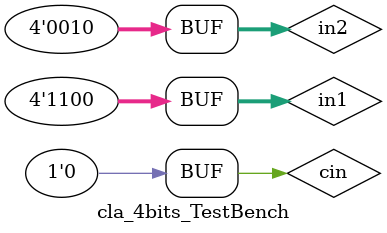
<source format=v>
`timescale 1ns / 1ps


module cla_4bits_TestBench;

	// Inputs
	reg [3:0] in1;
	reg [3:0] in2;
	reg cin;

	// Outputs
	wire [3:0] sum;
	wire cout;

	// Instantiate the Unit Under Test (UUT)
	cla_4bits uut (
		.in1(in1), 
		.in2(in2), 
		.cin(cin), 
		.sum(sum), 
		.cout(cout)
	);
	
	initial begin
		// Initialize Inputs
		in1 = 0;
		in2 = 0;
		cin = 0;

		// Wait 100 ns for global reset to finish
		#100;
        
		// Add stimulus here
		
		$monitor ("input1 = %d, input2 = %d, carry_in = %d, sum = %d, carry_out = %d", in1, in2, cin, sum, cout);
		// Initialize Inputs
		in1 = 4'd7; in2 = 4'd1; cin = 0;
		#100;
		
		in1 = 4'd3; in2 = 4'd6; cin = 1;
		#100;
		
	   in1 = 4'd3; in2 = 4'd10; cin = 0;
		#100;
		
		in1 = 4'd12; in2 = 4'd2; cin = 0;
		#100;
		
	end
      
endmodule


</source>
